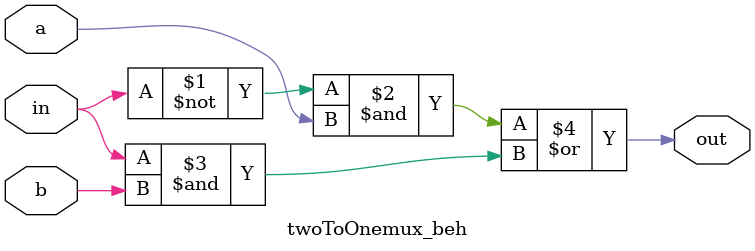
<source format=sv>
`timescale 1ns / 1ps


module twoToOnemux_beh(
    input logic a , b , in ,
    output logic out
    );
    assign out = ~in&a | in&b ;
endmodule

</source>
